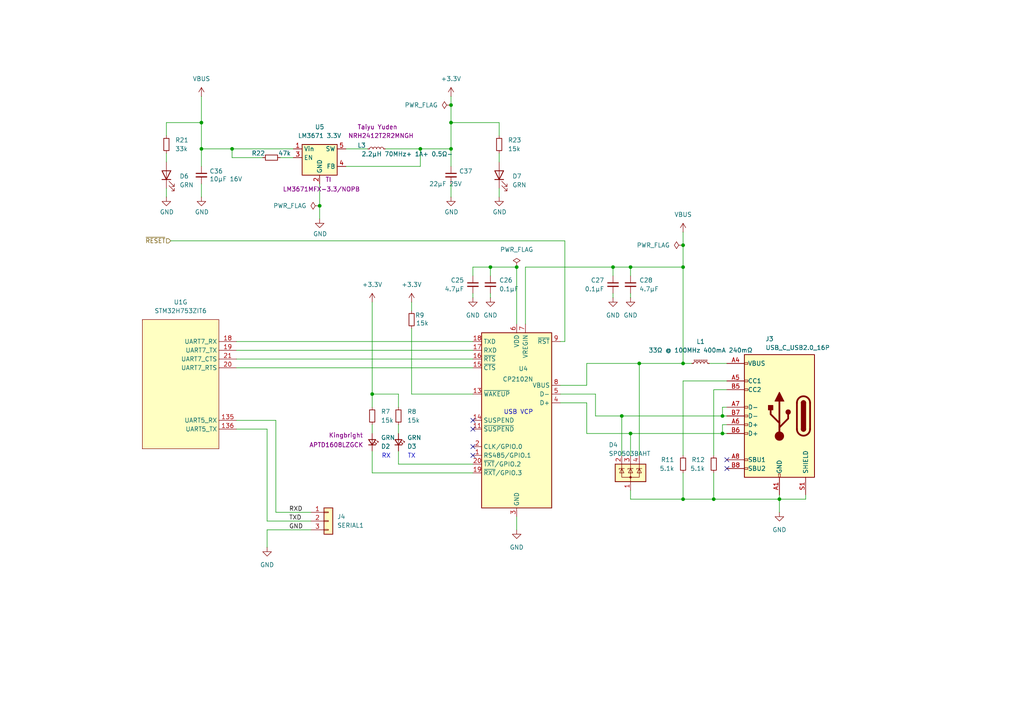
<source format=kicad_sch>
(kicad_sch (version 20231120) (generator "eeschema") (generator_version "8.0")
  (paper "A4")
  (lib_symbols
    (symbol "Connector:USB_C_Receptacle_USB2.0_16P" (pin_names (offset 1.016))
      (property "Reference" "J" (at 0 22.225 0))
      (property "Value" "USB_C_Receptacle_USB2.0_16P" (at 0 19.685 0))
      (symbol "USB_C_Receptacle_USB2.0_16P_0_0"
        (rectangle (start -0.254 -17.78) (end 0.254 -16.764))
        (rectangle (start 10.16 -14.986) (end 9.144 -15.494))
        (rectangle (start 10.16 -12.446) (end 9.144 -12.954))
        (rectangle (start 10.16 -4.826) (end 9.144 -5.334))
        (rectangle (start 10.16 -2.286) (end 9.144 -2.794))
        (rectangle (start 10.16 0.254) (end 9.144 -0.254))
        (rectangle (start 10.16 2.794) (end 9.144 2.286))
        (rectangle (start 10.16 7.874) (end 9.144 7.366))
        (rectangle (start 10.16 10.414) (end 9.144 9.906))
        (rectangle (start 10.16 15.494) (end 9.144 14.986))
      )
      (symbol "USB_C_Receptacle_USB2.0_16P_0_1"
        (rectangle (start -10.16 17.78) (end 10.16 -17.78) (stroke (width 0.254)) (fill (type background)))
        (arc (start -8.89 -3.81) (mid -6.985 -5.7067) (end -5.08 -3.81) (stroke (width 0.508)))
        (arc (start -7.62 -3.81) (mid -6.985 -4.4423) (end -6.35 -3.81) (stroke (width 0.254)))
        (arc (start -7.62 -3.81) (mid -6.985 -4.4423) (end -6.35 -3.81) (stroke (width 0.254)) (fill (type outline)))
        (rectangle (start -7.62 -3.81) (end -6.35 3.81) (stroke (width 0.254)) (fill (type outline)))
        (arc (start -6.35 3.81) (mid -6.985 4.4423) (end -7.62 3.81) (stroke (width 0.254)))
        (arc (start -6.35 3.81) (mid -6.985 4.4423) (end -7.62 3.81) (stroke (width 0.254)) (fill (type outline)))
        (arc (start -5.08 3.81) (mid -6.985 5.7067) (end -8.89 3.81) (stroke (width 0.508)))
        (circle (center -2.54 1.143) (radius 0.635) (stroke (width 0.254)) (fill (type outline)))
        (circle (center 0 -5.842) (radius 1.27) (fill (type outline)))
        (polyline (pts (xy -8.89 -3.81) (xy -8.89 3.81)) (stroke (width 0.508)))
        (polyline (pts (xy -5.08 3.81) (xy -5.08 -3.81)) (stroke (width 0.508)))
        (polyline (pts (xy 0 -5.842) (xy 0 4.318)) (stroke (width 0.508)))
        (polyline (pts (xy 0 -3.302) (xy -2.54 -0.762) (xy -2.54 0.508)) (stroke (width 0.508)))
        (polyline (pts (xy 0 -2.032) (xy 2.54 0.508) (xy 2.54 1.778)) (stroke (width 0.508)))
        (polyline (pts (xy -1.27 4.318) (xy 0 6.858) (xy 1.27 4.318) (xy -1.27 4.318)) (stroke (width 0.254)) (fill (type outline)))
        (rectangle (start 1.905 1.778) (end 3.175 3.048) (stroke (width 0.254)) (fill (type outline)))
      )
      (symbol "USB_C_Receptacle_USB2.0_16P_1_1"
        (pin passive line (at 0 -22.86 90) (length 5.08) (name "GND") (number "A1"))
        (pin passive line (at 0 -22.86 90) (length 5.08) hide (name "GND") (number "A12"))
        (pin passive line (at 15.24 15.24 180) (length 5.08) (name "VBUS") (number "A4"))
        (pin bidirectional line (at 15.24 10.16 180) (length 5.08) (name "CC1") (number "A5"))
        (pin bidirectional line (at 15.24 -2.54 180) (length 5.08) (name "D+") (number "A6"))
        (pin bidirectional line (at 15.24 2.54 180) (length 5.08) (name "D-") (number "A7"))
        (pin bidirectional line (at 15.24 -12.7 180) (length 5.08) (name "SBU1") (number "A8"))
        (pin passive line (at 15.24 15.24 180) (length 5.08) hide (name "VBUS") (number "A9"))
        (pin passive line (at 0 -22.86 90) (length 5.08) hide (name "GND") (number "B1"))
        (pin passive line (at 0 -22.86 90) (length 5.08) hide (name "GND") (number "B12"))
        (pin passive line (at 15.24 15.24 180) (length 5.08) hide (name "VBUS") (number "B4"))
        (pin bidirectional line (at 15.24 7.62 180) (length 5.08) (name "CC2") (number "B5"))
        (pin bidirectional line (at 15.24 -5.08 180) (length 5.08) (name "D+") (number "B6"))
        (pin bidirectional line (at 15.24 0 180) (length 5.08) (name "D-") (number "B7"))
        (pin bidirectional line (at 15.24 -15.24 180) (length 5.08) (name "SBU2") (number "B8"))
        (pin passive line (at 15.24 15.24 180) (length 5.08) hide (name "VBUS") (number "B9"))
        (pin passive line (at -7.62 -22.86 90) (length 5.08) (name "SHIELD") (number "S1"))
      )
    )
    (symbol "Connector_Generic:Conn_01x03" (pin_names (offset 1.016) hide)
      (property "Reference" "J" (at 0 5.08 0))
      (property "Value" "Conn_01x03" (at 0 -5.08 0))
      (symbol "Conn_01x03_1_1"
        (rectangle (start -1.27 -2.413) (end 0 -2.667) (stroke (width 0.1524)))
        (rectangle (start -1.27 0.127) (end 0 -0.127) (stroke (width 0.1524)))
        (rectangle (start -1.27 2.667) (end 0 2.413) (stroke (width 0.1524)))
        (rectangle (start -1.27 3.81) (end 1.27 -3.81) (stroke (width 0.254)) (fill (type background)))
        (pin passive line (at -5.08 2.54 0) (length 3.81) (name "Pin_1") (number "1"))
        (pin passive line (at -5.08 0 0) (length 3.81) (name "Pin_2") (number "2"))
        (pin passive line (at -5.08 -2.54 0) (length 3.81) (name "Pin_3") (number "3"))
      )
    )
    (symbol "Device:C_Small" (pin_numbers hide) (pin_names (offset 0.254) hide)
      (property "Reference" "C" (at 0.254 1.778 0))
      (property "Value" "C_Small" (at 0.254 -2.032 0))
      (symbol "C_Small_0_1"
        (polyline (pts (xy -1.524 -0.508) (xy 1.524 -0.508)) (stroke (width 0.3302)))
        (polyline (pts (xy -1.524 0.508) (xy 1.524 0.508)) (stroke (width 0.3048)))
      )
      (symbol "C_Small_1_1"
        (pin passive line (at 0 2.54 270) (length 2.032) (name "~") (number "1"))
        (pin passive line (at 0 -2.54 90) (length 2.032) (name "~") (number "2"))
      )
    )
    (symbol "Device:LED" (pin_numbers hide) (pin_names (offset 1.016) hide)
      (property "Reference" "D" (at 0 2.54 0))
      (property "Value" "LED" (at 0 -2.54 0))
      (symbol "LED_0_1"
        (polyline (pts (xy -1.27 -1.27) (xy -1.27 1.27)) (stroke (width 0.254)))
        (polyline (pts (xy -1.27 0) (xy 1.27 0)))
        (polyline (pts (xy 1.27 -1.27) (xy 1.27 1.27) (xy -1.27 0) (xy 1.27 -1.27)) (stroke (width 0.254)))
        (polyline (pts (xy -3.048 -0.762) (xy -4.572 -2.286) (xy -3.81 -2.286) (xy -4.572 -2.286) (xy -4.572 -1.524)))
        (polyline (pts (xy -1.778 -0.762) (xy -3.302 -2.286) (xy -2.54 -2.286) (xy -3.302 -2.286) (xy -3.302 -1.524)))
      )
      (symbol "LED_1_1"
        (pin passive line (at -3.81 0 0) (length 2.54) (name "K") (number "1"))
        (pin passive line (at 3.81 0 180) (length 2.54) (name "A") (number "2"))
      )
    )
    (symbol "Device:L_Small" (pin_numbers hide) (pin_names (offset 0.254) hide)
      (property "Reference" "L" (at 0.762 1.016 0))
      (property "Value" "L_Small" (at 0.762 -1.016 0))
      (symbol "L_Small_0_1"
        (arc (start 0 -2.032) (mid 0.5058 -1.524) (end 0 -1.016))
        (arc (start 0 -1.016) (mid 0.5058 -0.508) (end 0 0))
        (arc (start 0 0) (mid 0.5058 0.508) (end 0 1.016))
        (arc (start 0 1.016) (mid 0.5058 1.524) (end 0 2.032))
      )
      (symbol "L_Small_1_1"
        (pin passive line (at 0 2.54 270) (length 0.508) (name "~") (number "1"))
        (pin passive line (at 0 -2.54 90) (length 0.508) (name "~") (number "2"))
      )
    )
    (symbol "Device:R_Small" (pin_numbers hide) (pin_names (offset 0.254) hide)
      (property "Reference" "R" (at 0.762 0.508 0))
      (property "Value" "R_Small" (at 0.762 -1.016 0))
      (symbol "R_Small_0_1"
        (rectangle (start -0.762 1.778) (end 0.762 -1.778) (stroke (width 0.2032)))
      )
      (symbol "R_Small_1_1"
        (pin passive line (at 0 2.54 270) (length 0.762) (name "~") (number "1"))
        (pin passive line (at 0 -2.54 90) (length 0.762) (name "~") (number "2"))
      )
    )
    (symbol "Interface_USB:CP2102N-Axx-xQFN20"
      (property "Reference" "U" (at -8.89 26.67 0))
      (property "Value" "CP2102N-Axx-xQFN20" (at 12.7 26.67 0))
      (symbol "CP2102N-Axx-xQFN20_0_1"
        (rectangle (start -10.16 25.4) (end 10.16 -25.4) (stroke (width 0.254)) (fill (type background)))
      )
      (symbol "CP2102N-Axx-xQFN20_1_1"
        (pin bidirectional line (at 12.7 -10.16 180) (length 2.54) (name "RS485/GPIO.1") (number "1"))
        (pin no_connect line (at -10.16 -22.86 0) (length 2.54) hide (name "NC") (number "10"))
        (pin output line (at 12.7 -2.54 180) (length 2.54) (name "~{SUSPEND}") (number "11"))
        (pin passive line (at 0 -27.94 90) (length 2.54) hide (name "GND") (number "12"))
        (pin input line (at 12.7 7.62 180) (length 2.54) (name "~{WAKEUP}") (number "13"))
        (pin output line (at 12.7 0 180) (length 2.54) (name "SUSPEND") (number "14"))
        (pin input line (at 12.7 15.24 180) (length 2.54) (name "~{CTS}") (number "15"))
        (pin output line (at 12.7 17.78 180) (length 2.54) (name "~{RTS}") (number "16"))
        (pin input line (at 12.7 20.32 180) (length 2.54) (name "RXD") (number "17"))
        (pin output line (at 12.7 22.86 180) (length 2.54) (name "TXD") (number "18"))
        (pin bidirectional line (at 12.7 -15.24 180) (length 2.54) (name "~{RXT}/GPIO.3") (number "19"))
        (pin bidirectional line (at 12.7 -7.62 180) (length 2.54) (name "CLK/GPIO.0") (number "2"))
        (pin bidirectional line (at 12.7 -12.7 180) (length 2.54) (name "~{TXT}/GPIO.2") (number "20"))
        (pin passive line (at 0 -27.94 90) (length 2.54) hide (name "GND") (number "21"))
        (pin power_in line (at 0 -27.94 90) (length 2.54) (name "GND") (number "3"))
        (pin bidirectional line (at -12.7 5.08 0) (length 2.54) (name "D+") (number "4"))
        (pin bidirectional line (at -12.7 7.62 0) (length 2.54) (name "D-") (number "5"))
        (pin power_in line (at 0 27.94 270) (length 2.54) (name "VDD") (number "6"))
        (pin power_in line (at -2.54 27.94 270) (length 2.54) (name "VREGIN") (number "7"))
        (pin input line (at -12.7 10.16 0) (length 2.54) (name "VBUS") (number "8"))
        (pin input line (at -12.7 22.86 0) (length 2.54) (name "~{RST}") (number "9"))
      )
    )
    (symbol "Part-DB:APTD1608LZGCK" (pin_numbers hide) (pin_names (offset 0.254) hide) (exclude_from_sim yes)
      (property "Reference" "D" (at -1.27 3.175 0))
      (property "Value" "APTD1608LZGCK" (at -4.445 -2.54 0))
      (symbol "APTD1608LZGCK_0_1"
        (polyline (pts (xy -0.762 -1.016) (xy -0.762 1.016)) (stroke (width 0.254)))
        (polyline (pts (xy 1.016 0) (xy -0.762 0)))
        (polyline (pts (xy 0.762 -1.016) (xy -0.762 0) (xy 0.762 1.016) (xy 0.762 -1.016)) (stroke (width 0.254)))
        (polyline (pts (xy 0 0.762) (xy -0.508 1.27) (xy -0.254 1.27) (xy -0.508 1.27) (xy -0.508 1.016)))
        (polyline (pts (xy 0.508 1.27) (xy 0 1.778) (xy 0.254 1.778) (xy 0 1.778) (xy 0 1.524)))
      )
      (symbol "APTD1608LZGCK_1_1"
        (pin passive line (at -2.54 0 0) (length 1.778) (name "K") (number "1"))
        (pin passive line (at 2.54 0 180) (length 1.778) (name "A") (number "2"))
      )
    )
    (symbol "Part-DB:MMZ1005D330CTD25" (pin_numbers hide) (pin_names (offset 0.254) hide) (exclude_from_sim yes)
      (property "Reference" "L" (at 1.27 1.016 0))
      (property "Value" "33Ω @ 100MHz 400mA 240mΩ" (at 1.27 -1.27 0))
      (symbol "MMZ1005D330CTD25_0_1"
        (arc (start 0 -2.032) (mid 0.5058 -1.524) (end 0 -1.016))
        (arc (start 0 -1.016) (mid 0.5058 -0.508) (end 0 0))
        (polyline (pts (xy 0.762 -1.905) (xy 0.762 -1.651)))
        (polyline (pts (xy 0.762 -1.397) (xy 0.762 -1.143)))
        (polyline (pts (xy 0.762 -0.889) (xy 0.762 -0.635)))
        (polyline (pts (xy 0.762 -0.381) (xy 0.762 -0.127)))
        (polyline (pts (xy 0.762 0.127) (xy 0.762 0.381)))
        (polyline (pts (xy 0.762 0.635) (xy 0.762 0.889)))
        (polyline (pts (xy 0.762 1.143) (xy 0.762 1.397)))
        (polyline (pts (xy 0.762 1.651) (xy 0.762 1.905)))
        (polyline (pts (xy 1.016 -1.651) (xy 1.016 -1.905)))
        (polyline (pts (xy 1.016 -1.143) (xy 1.016 -1.397)))
        (polyline (pts (xy 1.016 -0.635) (xy 1.016 -0.889)))
        (polyline (pts (xy 1.016 -0.127) (xy 1.016 -0.381)))
        (polyline (pts (xy 1.016 0.381) (xy 1.016 0.127)))
        (polyline (pts (xy 1.016 0.889) (xy 1.016 0.635)))
        (polyline (pts (xy 1.016 1.397) (xy 1.016 1.143)))
        (polyline (pts (xy 1.016 1.905) (xy 1.016 1.651)))
        (arc (start 0 0) (mid 0.5058 0.508) (end 0 1.016))
        (arc (start 0 1.016) (mid 0.5058 1.524) (end 0 2.032))
      )
      (symbol "MMZ1005D330CTD25_1_1"
        (pin passive line (at 0 2.54 270) (length 0.508) (name "~") (number "1"))
        (pin passive line (at 0 -2.54 90) (length 0.508) (name "~") (number "2"))
      )
    )
    (symbol "Power_Protection:SP0503BAHT" (pin_names hide)
      (property "Reference" "D" (at 5.715 2.54 0))
      (property "Value" "SP0503BAHT" (at 5.715 0.635 0))
      (symbol "SP0503BAHT_0_0"
        (pin passive line (at 0 -5.08 90) (length 2.54) (name "A") (number "1"))
      )
      (symbol "SP0503BAHT_0_1"
        (rectangle (start -4.445 2.54) (end 4.445 -2.54) (stroke (width 0.254)) (fill (type background)))
        (circle (center 0 -1.27) (radius 0.254) (fill (type outline)))
        (polyline (pts (xy -2.54 2.54) (xy -2.54 1.27)))
        (polyline (pts (xy 0 -1.27) (xy 0 -2.54)))
        (polyline (pts (xy 0 -1.27) (xy 0 1.27)))
        (polyline (pts (xy 0 2.54) (xy 0 1.27)))
        (polyline (pts (xy 0.635 1.27) (xy 0.762 1.27)))
        (polyline (pts (xy 2.54 2.54) (xy 2.54 1.27)))
        (polyline (pts (xy 0.635 1.27) (xy -0.762 1.27) (xy -0.762 1.016)))
        (polyline (pts (xy -3.302 1.016) (xy -3.302 1.27) (xy -1.905 1.27) (xy -1.778 1.27)))
        (polyline (pts (xy -2.54 1.27) (xy -2.54 -1.27) (xy 2.54 -1.27) (xy 2.54 1.27)))
        (polyline (pts (xy -2.54 1.27) (xy -1.905 0) (xy -3.175 0) (xy -2.54 1.27)))
        (polyline (pts (xy 0.635 0) (xy -0.635 0) (xy 0 1.27) (xy 0.635 0)))
        (polyline (pts (xy 1.778 1.016) (xy 1.778 1.27) (xy 3.175 1.27) (xy 3.302 1.27)))
        (polyline (pts (xy 2.54 1.27) (xy 1.905 0) (xy 3.175 0) (xy 2.54 1.27)))
      )
      (symbol "SP0503BAHT_1_1"
        (pin passive line (at -2.54 5.08 270) (length 2.54) (name "K") (number "2"))
        (pin passive line (at 0 5.08 270) (length 2.54) (name "K") (number "3"))
        (pin passive line (at 2.54 5.08 270) (length 2.54) (name "K") (number "4"))
      )
    )
    (symbol "Regulator_Switching:LM3670MF"
      (property "Reference" "U" (at -5.08 5.08 0))
      (property "Value" "LM3670MF" (at 0 5.08 0))
      (symbol "LM3670MF_0_1"
        (rectangle (start -5.08 3.81) (end 5.08 -5.08) (stroke (width 0.254)) (fill (type background)))
      )
      (symbol "LM3670MF_1_1"
        (pin power_in line (at -7.62 2.54 0) (length 2.54) (name "Vin") (number "1"))
        (pin power_in line (at 0 -7.62 90) (length 2.54) (name "GND") (number "2"))
        (pin input line (at -7.62 0 0) (length 2.54) (name "EN") (number "3"))
        (pin input line (at 7.62 -2.54 180) (length 2.54) (name "FB") (number "4"))
        (pin input line (at 7.62 2.54 180) (length 2.54) (name "SW") (number "5"))
      )
    )
    (symbol "power:+3.3V" (power) (pin_numbers hide) (pin_names (offset 0) hide)
      (property "Value" "+3.3V" (at 0 3.556 0))
      (symbol "+3.3V_0_1"
        (polyline (pts (xy -0.762 1.27) (xy 0 2.54)))
        (polyline (pts (xy 0 0) (xy 0 2.54)))
        (polyline (pts (xy 0 2.54) (xy 0.762 1.27)))
      )
      (symbol "+3.3V_1_1"
        (pin power_in line (at 0 0 90) (length 0) (name "~") (number "1"))
      )
    )
    (symbol "power:GND" (power) (pin_numbers hide) (pin_names (offset 0) hide)
      (property "Value" "GND" (at 0 -3.81 0))
      (symbol "GND_0_1"
        (polyline (pts (xy 0 0) (xy 0 -1.27) (xy 1.27 -1.27) (xy 0 -2.54) (xy -1.27 -1.27) (xy 0 -1.27)))
      )
      (symbol "GND_1_1"
        (pin power_in line (at 0 0 270) (length 0) (name "~") (number "1"))
      )
    )
    (symbol "power:PWR_FLAG" (power) (pin_numbers hide) (pin_names (offset 0) hide)
      (property "Value" "PWR_FLAG" (at 0 3.81 0))
      (symbol "PWR_FLAG_0_0"
        (pin power_out line (at 0 0 90) (length 0) (name "~") (number "1"))
      )
      (symbol "PWR_FLAG_0_1"
        (polyline (pts (xy 0 0) (xy 0 1.27) (xy -1.016 1.905) (xy 0 2.54) (xy 1.016 1.905) (xy 0 1.27)))
      )
    )
    (symbol "power:VBUS" (power) (pin_numbers hide) (pin_names (offset 0) hide)
      (property "Value" "VBUS" (at 0 3.556 0))
      (symbol "VBUS_0_1"
        (polyline (pts (xy -0.762 1.27) (xy 0 2.54)))
        (polyline (pts (xy 0 0) (xy 0 2.54)))
        (polyline (pts (xy 0 2.54) (xy 0.762 1.27)))
      )
      (symbol "VBUS_1_1"
        (pin power_in line (at 0 0 90) (length 0) (name "~") (number "1"))
      )
    )
    (symbol "stm32h753:STM32H753ZITx" (exclude_from_sim yes)
      (property "Reference" "U1" (at -7.366 22.86 0))
      (property "Value" "STM32H753ZIT6" (at -7.366 20.32 0))
      (symbol "STM32H753ZITx_1_1"
        (rectangle (start -20.32 46.99) (end 21.59 -15.24) (fill (type background)))
        (pin power_out line (at 26.67 29.21 180) (length 5.08) (name "VCAP") (number "106"))
        (pin power_in line (at -3.81 -20.32 90) (length 5.08) (name "VSS") (number "107"))
        (pin power_in line (at 3.81 52.07 270) (length 5.08) (name "VDD") (number "108"))
        (pin power_in line (at -6.35 -20.32 90) (length 5.08) (name "VSS") (number "120"))
        (pin power_in line (at 6.35 52.07 270) (length 5.08) (name "VDD") (number "121"))
        (pin power_in line (at 8.89 -20.32 90) (length 5.08) (name "VSS") (number "130"))
        (pin power_in line (at 8.89 52.07 270) (length 5.08) (name "VDD") (number "131"))
        (pin input line (at -11.43 -20.32 90) (length 5.08) (name "BOOT0") (number "138"))
        (pin input line (at -25.4 -2.54 0) (length 5.08) (name "PDR_ON") (number "143"))
        (pin power_in line (at 11.43 52.07 270) (length 5.08) (name "VDD") (number "144"))
        (pin power_in line (at 3.81 -20.32 90) (length 5.08) (name "VSS") (number "16"))
        (pin power_in line (at -13.97 52.07 270) (length 5.08) (name "VDD") (number "17"))
        (pin bidirectional line (at -25.4 33.02 0) (length 5.08) (name "PH0") (number "23"))
        (pin bidirectional line (at -25.4 30.48 0) (length 5.08) (name "PH1") (number "24"))
        (pin input line (at -25.4 -10.16 0) (length 5.08) (name "NRST") (number "25"))
        (pin power_in line (at -11.43 52.07 270) (length 5.08) (name "VDD") (number "30"))
        (pin power_in line (at 6.35 -20.32 90) (length 5.08) (name "VSSA") (number "31"))
        (pin input line (at 26.67 39.37 180) (length 5.08) (name "VREF+") (number "32"))
        (pin power_in line (at 16.51 52.07 270) (length 5.08) (name "VDDA") (number "33"))
        (pin power_in line (at 11.43 -20.32 90) (length 5.08) (name "VSS") (number "38"))
        (pin power_in line (at -8.89 52.07 270) (length 5.08) (name "VDD") (number "39"))
        (pin power_in line (at 13.97 -20.32 90) (length 5.08) (name "VSS") (number "51"))
        (pin power_in line (at -6.35 52.07 270) (length 5.08) (name "VDD") (number "52"))
        (pin power_in line (at -16.51 52.07 270) (length 5.08) (name "VBAT") (number "6"))
        (pin power_in line (at 16.51 -20.32 90) (length 5.08) (name "VSS") (number "61"))
        (pin power_in line (at -3.81 52.07 270) (length 5.08) (name "VDD") (number "62"))
        (pin power_out line (at 26.67 26.67 180) (length 5.08) (name "VCAP") (number "71"))
        (pin power_in line (at -1.27 52.07 270) (length 5.08) (name "VDD") (number "72"))
        (pin input line (at 26.67 10.16 180) (length 5.08) (name "RCC_OSC32_IN") (number "8"))
        (pin power_in line (at 1.27 -20.32 90) (length 5.08) (name "VSS") (number "83"))
        (pin power_in line (at 1.27 52.07 270) (length 5.08) (name "VDD") (number "84"))
        (pin output line (at 26.67 12.7 180) (length 5.08) (name "RCC_OSC32_OUT") (number "9"))
        (pin power_in line (at -1.27 -20.32 90) (length 5.08) (name "VSS") (number "94"))
        (pin power_out line (at 13.97 52.07 270) (length 5.08) (name "VDD33_USB") (number "95"))
      )
      (symbol "STM32H753ZITx_2_1"
        (rectangle (start -13.97 76.2) (end 21.59 -56.515) (fill (type background)))
        (pin output line (at 26.67 3.81 180) (length 5.08) (name "FMC_A0") (number "10"))
        (pin output line (at 26.67 6.35 180) (length 5.08) (name "FMC_A1") (number "11"))
        (pin bidirectional line (at 26.67 -41.91 180) (length 5.08) (name "FMC_D2") (number "114"))
        (pin bidirectional line (at 26.67 -39.37 180) (length 5.08) (name "FMC_D3") (number "115"))
        (pin output line (at 26.67 62.23 180) (length 5.08) (name "FMC_NOE") (number "118"))
        (pin output line (at 26.67 64.77 180) (length 5.08) (name "FMC_NWE") (number "119"))
        (pin output line (at 26.67 8.89 180) (length 5.08) (name "FMC_A2") (number "12"))
        (pin output line (at 26.67 11.43 180) (length 5.08) (name "FMC_A3") (number "13"))
        (pin output line (at 26.67 13.97 180) (length 5.08) (name "FMC_A4") (number "14"))
        (pin output line (at 26.67 -1.27 180) (length 5.08) (name "FMC_NBL0") (number "141"))
        (pin output line (at 26.67 -3.81 180) (length 5.08) (name "FMC_NBL1") (number "142"))
        (pin output line (at 26.67 16.51 180) (length 5.08) (name "FMC_A5") (number "15"))
        (pin output line (at 26.67 52.07 180) (length 5.08) (name "FMC_A19") (number "2"))
        (pin output line (at 26.67 54.61 180) (length 5.08) (name "FMC_A20") (number "3"))
        (pin output line (at 26.67 57.15 180) (length 5.08) (name "FMC_A21") (number "4"))
        (pin output line (at 26.67 19.05 180) (length 5.08) (name "FMC_A6") (number "50"))
        (pin output line (at 26.67 21.59 180) (length 5.08) (name "FMC_A7") (number "53"))
        (pin output line (at 26.67 24.13 180) (length 5.08) (name "FMC_A8") (number "54"))
        (pin output line (at 26.67 26.67 180) (length 5.08) (name "FMC_A9") (number "55"))
        (pin output line (at 26.67 29.21 180) (length 5.08) (name "FMC_A10") (number "56"))
        (pin output line (at 26.67 31.75 180) (length 5.08) (name "FMC_A11") (number "57"))
        (pin bidirectional line (at 26.67 -36.83 180) (length 5.08) (name "FMC_D4") (number "58"))
        (pin bidirectional line (at 26.67 -34.29 180) (length 5.08) (name "FMC_D5") (number "59"))
        (pin bidirectional line (at 26.67 -31.75 180) (length 5.08) (name "FMC_D6") (number "60"))
        (pin bidirectional line (at 26.67 -29.21 180) (length 5.08) (name "FMC_D7") (number "63"))
        (pin bidirectional line (at 26.67 -26.67 180) (length 5.08) (name "FMC_D8") (number "64"))
        (pin bidirectional line (at 26.67 -24.13 180) (length 5.08) (name "FMC_D9") (number "65"))
        (pin bidirectional line (at 26.67 -21.59 180) (length 5.08) (name "FMC_D10") (number "66"))
        (pin bidirectional line (at 26.67 -19.05 180) (length 5.08) (name "FMC_D11") (number "67"))
        (pin bidirectional line (at 26.67 -16.51 180) (length 5.08) (name "FMC_D12") (number "68"))
        (pin bidirectional line (at 26.67 -13.97 180) (length 5.08) (name "FMC_D13") (number "77"))
        (pin bidirectional line (at 26.67 -11.43 180) (length 5.08) (name "FMC_D14") (number "78"))
        (pin bidirectional line (at 26.67 -8.89 180) (length 5.08) (name "FMC_D15") (number "79"))
        (pin output line (at 26.67 44.45 180) (length 5.08) (name "FMC_A16") (number "80"))
        (pin output line (at 26.67 46.99 180) (length 5.08) (name "FMC_A17") (number "81"))
        (pin output line (at 26.67 49.53 180) (length 5.08) (name "FMC_A18") (number "82"))
        (pin bidirectional line (at 26.67 -46.99 180) (length 5.08) (name "FMC_D0") (number "85"))
        (pin bidirectional line (at 26.67 -44.45 180) (length 5.08) (name "FMC_D1") (number "86"))
        (pin output line (at 26.67 34.29 180) (length 5.08) (name "FMC_A12") (number "87"))
        (pin output line (at 26.67 36.83 180) (length 5.08) (name "FMC_A13") (number "88"))
        (pin output line (at 26.67 39.37 180) (length 5.08) (name "FMC_A14") (number "89"))
        (pin output line (at 26.67 41.91 180) (length 5.08) (name "FMC_A15") (number "90"))
        (pin output line (at 26.67 67.31 180) (length 5.08) (name "FMC_NE1") (number "97"))
      )
      (symbol "STM32H753ZITx_3_1"
        (rectangle (start -10.16 17.145) (end 8.89 -21.59) (fill (type background)))
        (pin bidirectional line (at 13.97 7.62 180) (length 5.08) (name "ETH_TX_EN") (number "126"))
        (pin bidirectional line (at 13.97 -7.62 180) (length 5.08) (name "ETH_MDC") (number "27"))
        (pin input line (at 13.97 -15.24 180) (length 5.08) (name "ETH_REF_CLK") (number "35"))
        (pin bidirectional line (at 13.97 -5.08 180) (length 5.08) (name "ETH_MDIO") (number "36"))
        (pin input line (at 13.97 -17.78 180) (length 5.08) (name "PA5") (number "41"))
        (pin input line (at 13.97 -2.54 180) (length 5.08) (name "ETH_CRS_DV") (number "43"))
        (pin input line (at 13.97 5.08 180) (length 5.08) (name "ETH_RXD0") (number "44"))
        (pin input line (at 13.97 2.54 180) (length 5.08) (name "ETH_RXD1") (number "45"))
        (pin output line (at 13.97 12.7 180) (length 5.08) (name "ETH_TXD0") (number "73"))
        (pin output line (at 13.97 10.16 180) (length 5.08) (name "ETH_TXD1") (number "74"))
      )
      (symbol "STM32H753ZITx_4_1"
        (rectangle (start -12.065 31.115) (end 11.43 -5.715) (fill (type background)))
        (pin input line (at 16.51 7.62 180) (length 5.08) (name "USB_OTG_FS_VBUS") (number "101"))
        (pin bidirectional line (at 16.51 12.7 180) (length 5.08) (name "USB_OTG_FS_DM") (number "103"))
        (pin bidirectional line (at 16.51 10.16 180) (length 5.08) (name "USB_OTG_FS_DP") (number "104"))
      )
      (symbol "STM32H753ZITx_5_1"
        (rectangle (start -11.43 30.48) (end 11.43 0.635) (fill (type background)))
        (pin bidirectional line (at 16.51 15.24 180) (length 5.08) (name "DEBUG_JTMS-SWDIO") (number "105"))
        (pin bidirectional line (at 16.51 12.7 180) (length 5.08) (name "DEBUG_JTCK-SWCLK") (number "109"))
      )
      (symbol "STM32H753ZITx_6_1"
        (rectangle (start -4.445 15.24) (end 15.24 -24.765) (fill (type background)))
        (pin input line (at 20.32 -13.97 180) (length 5.08) (name "PA15") (number "110"))
        (pin bidirectional line (at 20.32 8.89 180) (length 5.08) (name "SDMMC1_D2") (number "111"))
        (pin bidirectional line (at 20.32 6.35 180) (length 5.08) (name "SDMMC1_D3") (number "112"))
        (pin bidirectional line (at 20.32 -1.27 180) (length 5.08) (name "SDMMC1_CK") (number "113"))
        (pin output line (at 20.32 3.81 180) (length 5.08) (name "SDMMC1_CMD") (number "116"))
        (pin output line (at 20.32 -19.05 180) (length 5.08) (name "PD3") (number "117"))
        (pin bidirectional line (at 20.32 -6.35 180) (length 5.08) (name "SDMMC1_D0") (number "98"))
        (pin bidirectional line (at 20.32 -8.89 180) (length 5.08) (name "SDMMC1_D1") (number "99"))
      )
      (symbol "STM32H753ZITx_7_1"
        (rectangle (start -10.795 20.32) (end 11.43 -17.145) (fill (type background)))
        (pin input line (at 16.51 -8.89 180) (length 5.08) (name "UART5_RX") (number "135"))
        (pin output line (at 16.51 -11.43 180) (length 5.08) (name "UART5_TX") (number "136"))
        (pin input line (at 16.51 13.97 180) (length 5.08) (name "UART7_RX") (number "18"))
        (pin output line (at 16.51 11.43 180) (length 5.08) (name "UART7_TX") (number "19"))
        (pin output line (at 16.51 6.35 180) (length 5.08) (name "UART7_RTS") (number "20"))
        (pin input line (at 16.51 8.89 180) (length 5.08) (name "UART7_CTS") (number "21"))
      )
      (symbol "STM32H753ZITx_8_1"
        (rectangle (start -15.24 76.2) (end 12.7 -57.15) (fill (type background)))
        (pin no_connect line (at -20.32 7.62 0) (length 5.08) (name "PE2") (number "1"))
        (pin no_connect line (at 17.78 49.53 180) (length 5.08) (name "PA8") (number "100"))
        (pin no_connect line (at 17.78 44.45 180) (length 5.08) (name "PA10") (number "102"))
        (pin no_connect line (at 17.78 -45.72 180) (length 5.08) (name "PD6") (number "122"))
        (pin no_connect line (at 17.78 -48.26 180) (length 5.08) (name "PD7") (number "123"))
        (pin no_connect line (at -20.32 30.48 0) (length 5.08) (name "PG9") (number "124"))
        (pin no_connect line (at -20.32 27.94 0) (length 5.08) (name "PG10") (number "125"))
        (pin no_connect line (at -20.32 22.86 0) (length 5.08) (name "PG12") (number "127"))
        (pin no_connect line (at -20.32 20.32 0) (length 5.08) (name "PG13") (number "128"))
        (pin no_connect line (at -20.32 17.78 0) (length 5.08) (name "PG14") (number "129"))
        (pin no_connect line (at -20.32 15.24 0) (length 5.08) (name "PG15") (number "132"))
        (pin no_connect line (at 17.78 25.4 180) (length 5.08) (name "PB3") (number "133"))
        (pin no_connect line (at 17.78 22.86 180) (length 5.08) (name "PB4") (number "134"))
        (pin no_connect line (at 17.78 15.24 180) (length 5.08) (name "PB7") (number "137"))
        (pin no_connect line (at 17.78 12.7 180) (length 5.08) (name "PB8") (number "139"))
        (pin no_connect line (at 17.78 10.16 180) (length 5.08) (name "PB9") (number "140"))
        (pin no_connect line (at -20.32 -15.24 0) (length 5.08) (name "PF10") (number "22"))
        (pin no_connect line (at 17.78 -10.16 180) (length 5.08) (name "PC0") (number "26"))
        (pin no_connect line (at 17.78 -15.24 180) (length 5.08) (name "PC2_C") (number "28"))
        (pin no_connect line (at 17.78 -17.78 180) (length 5.08) (name "PC3_C") (number "29"))
        (pin no_connect line (at 17.78 69.85 180) (length 5.08) (name "PA0") (number "34"))
        (pin no_connect line (at 17.78 62.23 180) (length 5.08) (name "PA3") (number "37"))
        (pin no_connect line (at 17.78 59.69 180) (length 5.08) (name "PA4") (number "40"))
        (pin no_connect line (at 17.78 54.61 180) (length 5.08) (name "PA6") (number "42"))
        (pin no_connect line (at 17.78 33.02 180) (length 5.08) (name "PB0") (number "46"))
        (pin no_connect line (at 17.78 30.48 180) (length 5.08) (name "PB1") (number "47"))
        (pin no_connect line (at 17.78 27.94 180) (length 5.08) (name "PB2") (number "48"))
        (pin no_connect line (at -20.32 -17.78 0) (length 5.08) (name "PF11") (number "49"))
        (pin no_connect line (at -20.32 -2.54 0) (length 5.08) (name "PE6") (number "5"))
        (pin no_connect line (at 17.78 7.62 180) (length 5.08) (name "PB10") (number "69"))
        (pin no_connect line (at 17.78 -33.02 180) (length 5.08) (name "PC13") (number "7"))
        (pin no_connect line (at 17.78 5.08 180) (length 5.08) (name "PB11") (number "70"))
        (pin no_connect line (at 17.78 -2.54 180) (length 5.08) (name "PB14") (number "75"))
        (pin no_connect line (at 17.78 -5.08 180) (length 5.08) (name "PB15") (number "76"))
        (pin no_connect line (at -20.32 38.1 0) (length 5.08) (name "PG6") (number "91"))
        (pin no_connect line (at -20.32 35.56 0) (length 5.08) (name "PG7") (number "92"))
        (pin no_connect line (at -20.32 33.02 0) (length 5.08) (name "PG8") (number "93"))
        (pin no_connect line (at 17.78 -25.4 180) (length 5.08) (name "PC6") (number "96"))
      )
    )
  )
  (junction (at 198.12 71.12))
  (junction (at 180.34 120.65))
  (junction (at 58.42 43.18))
  (junction (at 58.42 35.56))
  (junction (at 92.71 59.69))
  (junction (at 226.06 144.78))
  (junction (at 142.24 77.47))
  (junction (at 185.42 105.41))
  (junction (at 182.88 125.73))
  (junction (at 107.95 114.3))
  (junction (at 209.55 120.65))
  (junction (at 209.55 125.73))
  (junction (at 130.81 30.48))
  (junction (at 149.86 77.47))
  (junction (at 182.88 77.47))
  (junction (at 198.12 144.78))
  (junction (at 130.81 43.18))
  (junction (at 198.12 105.41))
  (junction (at 198.12 77.47))
  (junction (at 130.81 35.56))
  (junction (at 177.8 77.47))
  (junction (at 121.92 43.18))
  (junction (at 67.31 43.18))
  (junction (at 207.01 144.78))
  (no_connect (at 137.16 132.08))
  (no_connect (at 137.16 124.46))
  (no_connect (at 210.82 133.35))
  (no_connect (at 137.16 129.54))
  (no_connect (at 137.16 121.92))
  (no_connect (at 210.82 135.89))
  (wire (pts (xy 68.58 121.92) (xy 80.01 121.92)))
  (wire (pts (xy 209.55 120.65) (xy 209.55 118.11)))
  (wire (pts (xy 130.81 43.18) (xy 130.81 35.56)))
  (wire (pts (xy 182.88 144.78) (xy 182.88 142.24)))
  (wire (pts (xy 182.88 85.09) (xy 182.88 86.36)))
  (wire (pts (xy 144.78 35.56) (xy 130.81 35.56)))
  (wire (pts (xy 226.06 143.51) (xy 226.06 144.78)))
  (wire (pts (xy 68.58 99.06) (xy 137.16 99.06)))
  (wire (pts (xy 207.01 137.16) (xy 207.01 144.78)))
  (wire (pts (xy 210.82 105.41) (xy 205.74 105.41)))
  (wire (pts (xy 92.71 63.5) (xy 92.71 59.69)))
  (wire (pts (xy 170.18 105.41) (xy 185.42 105.41)))
  (wire (pts (xy 48.26 44.45) (xy 48.26 46.99)))
  (wire (pts (xy 67.31 45.72) (xy 67.31 43.18)))
  (wire (pts (xy 180.34 120.65) (xy 180.34 132.08)))
  (wire (pts (xy 207.01 144.78) (xy 226.06 144.78)))
  (wire (pts (xy 142.24 77.47) (xy 142.24 80.01)))
  (wire (pts (xy 48.26 39.37) (xy 48.26 35.56)))
  (wire (pts (xy 198.12 77.47) (xy 198.12 105.41)))
  (wire (pts (xy 80.01 148.59) (xy 90.17 148.59)))
  (wire (pts (xy 163.83 99.06) (xy 163.83 69.85)))
  (wire (pts (xy 77.47 151.13) (xy 77.47 124.46)))
  (wire (pts (xy 107.95 87.63) (xy 107.95 114.3)))
  (wire (pts (xy 77.47 153.67) (xy 90.17 153.67)))
  (wire (pts (xy 121.92 48.26) (xy 121.92 43.18)))
  (wire (pts (xy 111.76 43.18) (xy 121.92 43.18)))
  (wire (pts (xy 68.58 104.14) (xy 137.16 104.14)))
  (wire (pts (xy 170.18 125.73) (xy 182.88 125.73)))
  (wire (pts (xy 107.95 118.11) (xy 107.95 114.3)))
  (wire (pts (xy 130.81 27.94) (xy 130.81 30.48)))
  (wire (pts (xy 152.4 77.47) (xy 152.4 93.98)))
  (wire (pts (xy 92.71 59.69) (xy 92.71 53.34)))
  (wire (pts (xy 162.56 116.84) (xy 170.18 116.84)))
  (wire (pts (xy 115.57 130.81) (xy 115.57 134.62)))
  (wire (pts (xy 210.82 120.65) (xy 209.55 120.65)))
  (wire (pts (xy 182.88 125.73) (xy 182.88 132.08)))
  (wire (pts (xy 209.55 123.19) (xy 210.82 123.19)))
  (wire (pts (xy 81.28 45.72) (xy 85.09 45.72)))
  (wire (pts (xy 182.88 144.78) (xy 198.12 144.78)))
  (wire (pts (xy 198.12 105.41) (xy 185.42 105.41)))
  (wire (pts (xy 142.24 85.09) (xy 142.24 86.36)))
  (wire (pts (xy 49.53 69.85) (xy 163.83 69.85)))
  (wire (pts (xy 58.42 43.18) (xy 58.42 48.26)))
  (wire (pts (xy 119.38 95.25) (xy 119.38 114.3)))
  (wire (pts (xy 100.33 48.26) (xy 121.92 48.26)))
  (wire (pts (xy 130.81 57.15) (xy 130.81 53.34)))
  (wire (pts (xy 48.26 54.61) (xy 48.26 57.15)))
  (wire (pts (xy 115.57 114.3) (xy 107.95 114.3)))
  (wire (pts (xy 106.68 43.18) (xy 100.33 43.18)))
  (wire (pts (xy 172.72 120.65) (xy 180.34 120.65)))
  (wire (pts (xy 226.06 144.78) (xy 226.06 148.59)))
  (wire (pts (xy 149.86 149.86) (xy 149.86 153.67)))
  (wire (pts (xy 210.82 113.03) (xy 207.01 113.03)))
  (wire (pts (xy 77.47 158.75) (xy 77.47 153.67)))
  (wire (pts (xy 77.47 151.13) (xy 90.17 151.13)))
  (wire (pts (xy 182.88 77.47) (xy 198.12 77.47)))
  (wire (pts (xy 107.95 137.16) (xy 137.16 137.16)))
  (wire (pts (xy 137.16 77.47) (xy 137.16 80.01)))
  (wire (pts (xy 68.58 106.68) (xy 137.16 106.68)))
  (wire (pts (xy 198.12 71.12) (xy 198.12 77.47)))
  (wire (pts (xy 177.8 77.47) (xy 182.88 77.47)))
  (wire (pts (xy 233.68 143.51) (xy 233.68 144.78)))
  (wire (pts (xy 177.8 85.09) (xy 177.8 86.36)))
  (wire (pts (xy 67.31 43.18) (xy 58.42 43.18)))
  (wire (pts (xy 170.18 105.41) (xy 170.18 111.76)))
  (wire (pts (xy 119.38 114.3) (xy 137.16 114.3)))
  (wire (pts (xy 107.95 130.81) (xy 107.95 137.16)))
  (wire (pts (xy 149.86 77.47) (xy 142.24 77.47)))
  (wire (pts (xy 170.18 116.84) (xy 170.18 125.73)))
  (wire (pts (xy 210.82 110.49) (xy 198.12 110.49)))
  (wire (pts (xy 162.56 114.3) (xy 172.72 114.3)))
  (wire (pts (xy 121.92 43.18) (xy 130.81 43.18)))
  (wire (pts (xy 115.57 125.73) (xy 115.57 123.19)))
  (wire (pts (xy 198.12 110.49) (xy 198.12 132.08)))
  (wire (pts (xy 172.72 114.3) (xy 172.72 120.65)))
  (wire (pts (xy 177.8 77.47) (xy 177.8 80.01)))
  (wire (pts (xy 182.88 77.47) (xy 182.88 80.01)))
  (wire (pts (xy 119.38 90.17) (xy 119.38 87.63)))
  (wire (pts (xy 209.55 125.73) (xy 209.55 123.19)))
  (wire (pts (xy 170.18 111.76) (xy 162.56 111.76)))
  (wire (pts (xy 115.57 134.62) (xy 137.16 134.62)))
  (wire (pts (xy 200.66 105.41) (xy 198.12 105.41)))
  (wire (pts (xy 58.42 35.56) (xy 58.42 43.18)))
  (wire (pts (xy 233.68 144.78) (xy 226.06 144.78)))
  (wire (pts (xy 207.01 113.03) (xy 207.01 132.08)))
  (wire (pts (xy 144.78 44.45) (xy 144.78 46.99)))
  (wire (pts (xy 198.12 67.31) (xy 198.12 71.12)))
  (wire (pts (xy 130.81 30.48) (xy 130.81 35.56)))
  (wire (pts (xy 182.88 125.73) (xy 209.55 125.73)))
  (wire (pts (xy 58.42 53.34) (xy 58.42 57.15)))
  (wire (pts (xy 210.82 125.73) (xy 209.55 125.73)))
  (wire (pts (xy 137.16 85.09) (xy 137.16 86.36)))
  (wire (pts (xy 198.12 144.78) (xy 207.01 144.78)))
  (wire (pts (xy 144.78 54.61) (xy 144.78 57.15)))
  (wire (pts (xy 209.55 118.11) (xy 210.82 118.11)))
  (wire (pts (xy 68.58 101.6) (xy 137.16 101.6)))
  (wire (pts (xy 80.01 121.92) (xy 80.01 148.59)))
  (wire (pts (xy 77.47 124.46) (xy 68.58 124.46)))
  (wire (pts (xy 48.26 35.56) (xy 58.42 35.56)))
  (wire (pts (xy 185.42 105.41) (xy 185.42 132.08)))
  (wire (pts (xy 149.86 77.47) (xy 149.86 93.98)))
  (wire (pts (xy 142.24 77.47) (xy 137.16 77.47)))
  (wire (pts (xy 85.09 43.18) (xy 67.31 43.18)))
  (wire (pts (xy 180.34 120.65) (xy 209.55 120.65)))
  (wire (pts (xy 198.12 137.16) (xy 198.12 144.78)))
  (wire (pts (xy 76.2 45.72) (xy 67.31 45.72)))
  (wire (pts (xy 144.78 39.37) (xy 144.78 35.56)))
  (wire (pts (xy 115.57 118.11) (xy 115.57 114.3)))
  (wire (pts (xy 163.83 99.06) (xy 162.56 99.06)))
  (wire (pts (xy 58.42 27.94) (xy 58.42 35.56)))
  (wire (pts (xy 177.8 77.47) (xy 152.4 77.47)))
  (wire (pts (xy 130.81 43.18) (xy 130.81 48.26)))
  (wire (pts (xy 107.95 125.73) (xy 107.95 123.19)))
  (text "USB VCP" (at 150.368 119.634 0) (effects (font (size 1.27 1.27))))
  (text "TX" (at 119.38 132.334 0) (effects (font (size 1.27 1.27))))
  (text "RX" (at 112.014 132.334 0) (effects (font (size 1.27 1.27))))
  (label "RXD" (at 83.82 148.59 0))
  (label "GND" (at 83.82 153.67 0))
  (label "TXD" (at 83.82 151.13 0))
  (hierarchical_label "~{RESET}" (shape input) (at 49.53 69.85 180))
  (symbol (lib_id "Device:R_Small") (at 144.78 41.91 0) (unit 1)
    (property "Reference" "R23" (at 147.32 40.6399 0) (effects (justify left)))
    (property "Value" "15k" (at 147.32 43.1799 0) (effects (justify left)))
    (property "Footprint" "Resistor_SMD:R_0402_1005Metric" (effects (hide yes)))
    (property "Description" "Resistor, small symbol" (effects (hide yes)))
    (property "LCSC" "C850820" (effects (hide yes)))
  )
  (symbol (lib_id "Device:C_Small") (at 177.8 82.55 0) (mirror y) (unit 1)
    (property "Reference" "C27" (at 175.26 81.2862 0) (effects (justify left)))
    (property "Value" "0.1µF" (at 175.26 83.8262 0) (effects (justify left)))
    (property "Footprint" "Capacitor_SMD:C_0402_1005Metric" (effects (hide yes)))
    (property "Description" "Unpolarized capacitor, small symbol" (effects (hide yes)))
    (property "LCSC" "C3012376" (effects (hide yes)))
  )
  (symbol (lib_id "power:+3.3V") (at 119.38 87.63 0) (unit 1)
    (property "Reference" "#PWR025" (effects (hide yes)))
    (property "Value" "+3.3V" (at 119.38 82.55 0))
    (property "Description" "Power symbol creates a global label with name \"+3.3V\"" (effects (hide yes)))
  )
  (symbol (lib_id "power:+3.3V") (at 107.95 87.63 0) (unit 1)
    (property "Reference" "#PWR035" (effects (hide yes)))
    (property "Value" "+3.3V" (at 107.95 82.55 0))
    (property "Description" "Power symbol creates a global label with name \"+3.3V\"" (effects (hide yes)))
  )
  (symbol (lib_id "power:PWR_FLAG") (at 92.71 59.69 90) (unit 1)
    (property "Reference" "#FLG03" (effects (hide yes)))
    (property "Value" "PWR_FLAG" (at 88.9 59.6899 90) (effects (justify left)))
    (property "Description" "Special symbol for telling ERC where power comes from" (effects (hide yes)))
  )
  (symbol (lib_id "Device:C_Small") (at 58.42 50.8 0) (unit 1)
    (property "Reference" "C36" (at 60.7568 49.657 0) (effects (justify left)))
    (property "Value" "10µF 16V" (at 60.7568 51.9176 0) (effects (justify left)))
    (property "Footprint" "Capacitor_SMD:C_0603_1608Metric" (effects (hide yes)))
    (property "LCSC" "C109457" (effects (hide yes)))
  )
  (symbol (lib_id "power:GND") (at 130.81 57.15 0) (unit 1)
    (property "Reference" "#PWR060" (effects (hide yes)))
    (property "Value" "GND" (at 130.937 61.4934 0))
  )
  (symbol (lib_id "Part-DB:MMZ1005D330CTD25") (at 203.2 105.41 90) (unit 1) (exclude_from_sim yes)
    (property "Reference" "L1" (at 203.2 99.06 90))
    (property "Value" "33Ω @ 100MHz 400mA 240mΩ" (at 203.2 101.6 90))
    (property "Footprint" "Inductor_SMD:L_0402_1005Metric" (effects (hide yes)))
    (property "Datasheet" "http://partdb.rockgarden.net/en/part/361/info" (effects (hide yes)))
    (property "Description" "33Ω @ 100MHz Signal Line Ferrite Bead 0402 (1005 Metric) 400mA 240mΩ" (effects (hide yes)))
    (property "Category" "Passives/Ferrite Beads" (effects (hide yes)))
    (property "MPN" "MMZ1005D330CTD25" (effects (hide yes)))
    (property "Manufacturer" "TDK" (effects (hide yes)))
    (property "Manufacturing Status" "Active" (effects (hide yes)))
    (property "Part-DB Footprint" "0402" (effects (hide yes)))
    (property "Part-DB ID" "361" (effects (hide yes)))
  )
  (symbol (lib_id "Device:R_Small") (at 115.57 120.65 0) (unit 1)
    (property "Reference" "R8" (at 118.11 119.3799 0) (effects (justify left)))
    (property "Value" "15k" (at 118.11 121.9199 0) (effects (justify left)))
    (property "Footprint" "Resistor_SMD:R_0402_1005Metric" (effects (hide yes)))
    (property "Description" "Resistor, small symbol" (effects (hide yes)))
    (property "LCSC" "C850820" (effects (hide yes)))
  )
  (symbol (lib_id "Device:LED") (at 48.26 50.8 90) (unit 1)
    (property "Reference" "D6" (at 52.07 51.1174 90) (effects (justify right)))
    (property "Value" "GRN" (at 52.07 53.6574 90) (effects (justify right)))
    (property "Footprint" "Diode_SMD:D_0603_1608Metric" (effects (hide yes)))
    (property "Description" "Light emitting diode" (effects (hide yes)))
    (property "LCSC" "C5246833" (effects (hide yes)))
  )
  (symbol (lib_id "Regulator_Switching:LM3670MF") (at 92.71 45.72 0) (unit 1)
    (property "Reference" "U5" (at 92.71 36.83 0))
    (property "Value" "LM3671 3.3V" (at 92.71 39.37 0))
    (property "Footprint" "Package_TO_SOT_SMD:TSOT-23-5" (effects (hide yes)))
    (property "Datasheet" "http://www.ti.com/lit/ds/symlink/lm3670.pdf" (effects (hide yes)))
    (property "Description" "Miniature Step-Down DC-DC Converter for Ultralow Voltage Circuits, 2.5V < Vin < 5.5V, adjustable output voltage, SOT-23-5" (effects (hide yes)))
    (property "Mfg" "TI" (at 95.25 52.07 0))
    (property "Part" "LM3671MFX-3.3/NOPB" (at 93.218 54.864 0))
    (property "LCSC" "C201586" (effects (hide yes)))
  )
  (symbol (lib_id "Device:R_Small") (at 207.01 134.62 0) (mirror y) (unit 1)
    (property "Reference" "R12" (at 204.47 133.3499 0) (effects (justify left)))
    (property "Value" "5.1k" (at 204.47 135.8899 0) (effects (justify left)))
    (property "Footprint" "Resistor_SMD:R_0402_1005Metric" (effects (hide yes)))
    (property "Description" "Resistor, small symbol" (effects (hide yes)))
    (property "LCSC" "C384321" (effects (hide yes)))
  )
  (symbol (lib_id "stm32h753:STM32H753ZITx") (at 52.07 113.03 0) (unit 7) (exclude_from_sim yes)
    (property "Reference" "U1" (at 52.3875 87.63 0))
    (property "Value" "STM32H753ZIT6" (at 52.3875 90.17 0))
    (property "Footprint" "Package_QFP:LQFP-144_20x20mm_P0.5mm" (effects (hide yes)))
    (property "Datasheet" "http://partdb.rockgarden.net/en/part/613/info" (effects (hide yes)))
    (property "Description" "ARM® Cortex®-M7 STM32H7 Microcontroller IC 32-Bit Single-Core 480MHz 2MB (2M x 8) FLASH 144-LQFP (20x20)" (effects (hide yes)))
    (property "Category" "Semiconductors/ICs/Microcontrollers/ARM" (effects (hide yes)))
    (property "MPN" "STM32H753ZIT6" (effects (hide yes)))
    (property "Manufacturer" "STMicroelectronics" (effects (hide yes)))
    (property "Manufacturing Status" "Active" (effects (hide yes)))
    (property "Part-DB Footprint" "144-LQFP (20x20)" (effects (hide yes)))
    (property "Part-DB ID" "613" (effects (hide yes)))
  )
  (symbol (lib_id "power:GND") (at 142.24 86.36 0) (unit 1)
    (property "Reference" "#PWR038" (effects (hide yes)))
    (property "Value" "GND" (at 142.24 91.44 0))
    (property "Description" "Power symbol creates a global label with name \"GND\" , ground" (effects (hide yes)))
  )
  (symbol (lib_id "power:GND") (at 226.06 148.59 0) (unit 1)
    (property "Reference" "#PWR043" (effects (hide yes)))
    (property "Value" "GND" (at 226.06 153.67 0))
    (property "Description" "Power symbol creates a global label with name \"GND\" , ground" (effects (hide yes)))
  )
  (symbol (lib_id "Device:L_Small") (at 109.22 43.18 90) (unit 1)
    (property "Reference" "L3" (at 104.902 42.164 90))
    (property "Value" "2.2µH 70MHz+ 1A+ 0.5Ω-" (at 118.11 44.6786 90))
    (property "Footprint" "Inductor_SMD:L_Taiyo-Yuden_NR-24xx" (effects (hide yes)))
    (property "Mfg" "Taiyu Yuden" (at 109.474 36.83 90))
    (property "Part" "NRH2412T2R2MNGH" (at 110.49 39.37 90))
  )
  (symbol (lib_id "Device:R_Small") (at 48.26 41.91 0) (unit 1)
    (property "Reference" "R21" (at 50.8 40.6399 0) (effects (justify left)))
    (property "Value" "33k" (at 50.8 43.1799 0) (effects (justify left)))
    (property "Footprint" "Resistor_SMD:R_0402_1005Metric" (effects (hide yes)))
    (property "Description" "Resistor, small symbol" (effects (hide yes)))
    (property "LCSC" "C2906928" (effects (hide yes)))
  )
  (symbol (lib_id "power:GND") (at 177.8 86.36 0) (mirror y) (unit 1)
    (property "Reference" "#PWR041" (effects (hide yes)))
    (property "Value" "GND" (at 177.8 91.44 0))
    (property "Description" "Power symbol creates a global label with name \"GND\" , ground" (effects (hide yes)))
  )
  (symbol (lib_id "power:+3.3V") (at 130.81 27.94 0) (unit 1)
    (property "Reference" "#PWR024" (effects (hide yes)))
    (property "Value" "+3.3V" (at 130.81 22.86 0))
    (property "Description" "Power symbol creates a global label with name \"+3.3V\"" (effects (hide yes)))
  )
  (symbol (lib_id "power:GND") (at 77.47 158.75 0) (unit 1)
    (property "Reference" "#PWR034" (effects (hide yes)))
    (property "Value" "GND" (at 77.47 163.83 0))
    (property "Description" "Power symbol creates a global label with name \"GND\" , ground" (effects (hide yes)))
  )
  (symbol (lib_id "power:GND") (at 144.78 57.15 0) (unit 1)
    (property "Reference" "#PWR061" (effects (hide yes)))
    (property "Value" "GND" (at 144.907 61.4934 0))
  )
  (symbol (lib_id "Connector_Generic:Conn_01x03") (at 95.25 151.13 0) (unit 1)
    (property "Reference" "J4" (at 97.79 149.8599 0) (effects (justify left)))
    (property "Value" "SERIAL1" (at 97.79 152.3999 0) (effects (justify left)))
    (property "Footprint" "Connector_PinHeader_2.54mm:PinHeader_1x03_P2.54mm_Vertical" (effects (hide yes)))
    (property "Description" "Generic connector, single row, 01x03, script generated (kicad-library-utils/schlib/autogen/connector/)" (effects (hide yes)))
  )
  (symbol (lib_id "power:VBUS") (at 58.42 27.94 0) (unit 1)
    (property "Reference" "#PWR056" (effects (hide yes)))
    (property "Value" "VBUS" (at 58.42 22.86 0))
    (property "Description" "Power symbol creates a global label with name \"VBUS\"" (effects (hide yes)))
  )
  (symbol (lib_id "Device:LED") (at 144.78 50.8 90) (unit 1)
    (property "Reference" "D7" (at 148.59 51.1174 90) (effects (justify right)))
    (property "Value" "GRN" (at 148.59 53.6574 90) (effects (justify right)))
    (property "Footprint" "Diode_SMD:D_0603_1608Metric" (effects (hide yes)))
    (property "Description" "Light emitting diode" (effects (hide yes)))
    (property "LCSC" "C5246833" (effects (hide yes)))
  )
  (symbol (lib_id "Part-DB:APTD1608LZGCK") (at 115.57 128.27 270) (mirror x) (unit 1) (exclude_from_sim yes)
    (property "Reference" "D3" (at 118.11 129.4766 90) (effects (justify left)))
    (property "Value" "GRN" (at 118.11 126.9366 90) (effects (justify left)))
    (property "Footprint" "Diode_SMD:D_0603_1608Metric" (effects (hide yes)))
    (property "Datasheet" "http://partdb.rockgarden.net/en/part/390/info" (effects (hide yes)))
    (property "Description" "Green 525nm LED Indication - Discrete 2.65V 0603 (1608 Metric)" (effects (hide yes)))
    (property "LCSC" "C5246833" (effects (hide yes)))
    (property "Category" "Semiconductors/LEDs/SMT" (effects (hide yes)))
    (property "MPN" "APTD1608LZGCK" (effects (hide yes)))
    (property "Manufacturer" "Kingbright" (effects (hide yes)))
    (property "Manufacturing Status" "Active" (effects (hide yes)))
    (property "Part-DB Footprint" "2-SMD" (effects (hide yes)))
    (property "Part-DB ID" "390" (effects (hide yes)))
  )
  (symbol (lib_id "power:PWR_FLAG") (at 198.12 71.12 90) (unit 1)
    (property "Reference" "#FLG04" (effects (hide yes)))
    (property "Value" "PWR_FLAG" (at 194.31 71.1199 90) (effects (justify left)))
    (property "Description" "Special symbol for telling ERC where power comes from" (effects (hide yes)))
  )
  (symbol (lib_id "Device:C_Small") (at 130.81 50.8 0) (unit 1)
    (property "Reference" "C37" (at 133.1468 49.657 0) (effects (justify left)))
    (property "Value" "22µF 25V" (at 124.46 53.34 0) (effects (justify left)))
    (property "Footprint" "Capacitor_SMD:C_0805_2012Metric" (effects (hide yes)))
    (property "LCSC" "C258782" (effects (hide yes)))
  )
  (symbol (lib_id "Device:R_Small") (at 198.12 134.62 0) (mirror y) (unit 1)
    (property "Reference" "R11" (at 195.58 133.3499 0) (effects (justify left)))
    (property "Value" "5.1k" (at 195.58 135.8899 0) (effects (justify left)))
    (property "Footprint" "Resistor_SMD:R_0402_1005Metric" (effects (hide yes)))
    (property "Description" "Resistor, small symbol" (effects (hide yes)))
    (property "LCSC" "C384321" (effects (hide yes)))
  )
  (symbol (lib_id "power:GND") (at 137.16 86.36 0) (unit 1)
    (property "Reference" "#PWR037" (effects (hide yes)))
    (property "Value" "GND" (at 137.16 91.44 0))
    (property "Description" "Power symbol creates a global label with name \"GND\" , ground" (effects (hide yes)))
  )
  (symbol (lib_id "power:GND") (at 182.88 86.36 0) (mirror y) (unit 1)
    (property "Reference" "#PWR042" (effects (hide yes)))
    (property "Value" "GND" (at 182.88 91.44 0))
    (property "Description" "Power symbol creates a global label with name \"GND\" , ground" (effects (hide yes)))
  )
  (symbol (lib_id "Device:R_Small") (at 119.38 92.71 0) (unit 1)
    (property "Reference" "R9" (at 120.396 91.44 0) (effects (justify left)))
    (property "Value" "15k" (at 120.65 93.726 0) (effects (justify left)))
    (property "Footprint" "Resistor_SMD:R_0402_1005Metric" (effects (hide yes)))
    (property "Description" "Resistor, small symbol" (effects (hide yes)))
    (property "LCSC" "C375970" (effects (hide yes)))
  )
  (symbol (lib_id "power:GND") (at 58.42 57.15 0) (unit 1)
    (property "Reference" "#PWR057" (effects (hide yes)))
    (property "Value" "GND" (at 58.547 61.4934 0))
  )
  (symbol (lib_id "power:PWR_FLAG") (at 130.81 30.48 90) (unit 1)
    (property "Reference" "#FLG05" (effects (hide yes)))
    (property "Value" "PWR_FLAG" (at 127 30.4799 90) (effects (justify left)))
    (property "Description" "Special symbol for telling ERC where power comes from" (effects (hide yes)))
  )
  (symbol (lib_id "Device:R_Small") (at 78.74 45.72 270) (unit 1)
    (property "Reference" "R22" (at 74.93 44.45 90))
    (property "Value" "47k" (at 82.55 44.45 90))
    (property "Footprint" "Resistor_SMD:R_0402_1005Metric" (effects (hide yes)))
    (property "LCSC" "C3017507" (effects (hide yes)))
  )
  (symbol (lib_id "Device:R_Small") (at 107.95 120.65 0) (unit 1)
    (property "Reference" "R7" (at 110.49 119.3799 0) (effects (justify left)))
    (property "Value" "15k" (at 110.49 121.9199 0) (effects (justify left)))
    (property "Footprint" "Resistor_SMD:R_0402_1005Metric" (effects (hide yes)))
    (property "Description" "Resistor, small symbol" (effects (hide yes)))
    (property "LCSC" "C850820" (effects (hide yes)))
  )
  (symbol (lib_id "Part-DB:APTD1608LZGCK") (at 107.95 128.27 270) (mirror x) (unit 1) (exclude_from_sim yes)
    (property "Reference" "D2" (at 110.49 129.4766 90) (effects (justify left)))
    (property "Value" "GRN" (at 110.49 126.9366 90) (effects (justify left)))
    (property "Footprint" "Diode_SMD:D_0603_1608Metric" (effects (hide yes)))
    (property "Datasheet" "http://partdb.rockgarden.net/en/part/390/info" (effects (hide yes)))
    (property "Description" "Green 525nm LED Indication - Discrete 2.65V 0603 (1608 Metric)" (effects (hide yes)))
    (property "LCSC" "C5246833" (effects (hide yes)))
    (property "Category" "Semiconductors/LEDs/SMT" (effects (hide yes)))
    (property "MPN" "APTD1608LZGCK" (at 97.536 129.032 90))
    (property "Manufacturer" "Kingbright" (at 100.33 126.238 90))
    (property "Manufacturing Status" "Active" (effects (hide yes)))
    (property "Part-DB Footprint" "2-SMD" (effects (hide yes)))
    (property "Part-DB ID" "390" (effects (hide yes)))
  )
  (symbol (lib_id "power:GND") (at 92.71 63.5 0) (unit 1)
    (property "Reference" "#PWR058" (effects (hide yes)))
    (property "Value" "GND" (at 92.837 67.8434 0))
  )
  (symbol (lib_id "power:GND") (at 48.26 57.15 0) (unit 1)
    (property "Reference" "#PWR055" (effects (hide yes)))
    (property "Value" "GND" (at 48.387 61.4934 0))
  )
  (symbol (lib_id "Connector:USB_C_Receptacle_USB2.0_16P") (at 226.06 120.65 0) (mirror y) (unit 1)
    (property "Reference" "J3" (at 221.996 98.298 0) (effects (justify right)))
    (property "Value" "USB_C_USB2.0_16P" (at 221.996 100.838 0) (effects (justify right)))
    (property "Footprint" "Connector_USB:USB_C_Receptacle_HCTL_HC-TYPE-C-16P-01A" (effects (hide yes)))
    (property "Datasheet" "https://www.usb.org/sites/default/files/documents/usb_type-c.zip" (effects (hide yes)))
    (property "Description" "USB 2.0-only 16P Type-C Receptacle connector" (effects (hide yes)))
    (property "LCSC" "C2909599" (effects (hide yes)))
  )
  (symbol (lib_id "Device:C_Small") (at 182.88 82.55 0) (unit 1)
    (property "Reference" "C28" (at 185.42 81.2862 0) (effects (justify left)))
    (property "Value" "4.7µF" (at 185.42 83.8262 0) (effects (justify left)))
    (property "Footprint" "Capacitor_SMD:C_0805_2012Metric" (effects (hide yes)))
    (property "Description" "Unpolarized capacitor, small symbol" (effects (hide yes)))
    (property "LCSC" "C84718" (effects (hide yes)))
  )
  (symbol (lib_id "power:PWR_FLAG") (at 149.86 77.47 0) (unit 1)
    (property "Reference" "#FLG06" (effects (hide yes)))
    (property "Value" "PWR_FLAG" (at 149.86 72.39 0))
    (property "Description" "Special symbol for telling ERC where power comes from" (effects (hide yes)))
  )
  (symbol (lib_id "power:VBUS") (at 198.12 67.31 0) (unit 1)
    (property "Reference" "#PWR062" (effects (hide yes)))
    (property "Value" "VBUS" (at 198.12 62.23 0))
    (property "Description" "Power symbol creates a global label with name \"VBUS\"" (effects (hide yes)))
  )
  (symbol (lib_id "Interface_USB:CP2102N-Axx-xQFN20") (at 149.86 121.92 0) (mirror y) (unit 1)
    (property "Reference" "U4" (at 153.162 106.934 0) (effects (justify left)))
    (property "Value" "CP2102N" (at 154.686 109.982 0) (effects (justify left)))
    (property "Footprint" "CP2102N-QFN:CP2102N-QFN20" (effects (hide yes)))
    (property "Datasheet" "https://www.silabs.com/documents/public/data-sheets/cp2102n-datasheet.pdf" (effects (hide yes)))
    (property "Description" "USB to UART master bridge, QFN-20" (effects (hide yes)))
    (property "LCSC" "C969913" (effects (hide yes)))
  )
  (symbol (lib_id "Device:C_Small") (at 137.16 82.55 0) (mirror y) (unit 1)
    (property "Reference" "C25" (at 134.62 81.2862 0) (effects (justify left)))
    (property "Value" "4.7µF" (at 134.62 83.8262 0) (effects (justify left)))
    (property "Footprint" "Capacitor_SMD:C_0805_2012Metric" (effects (hide yes)))
    (property "Description" "Unpolarized capacitor, small symbol" (effects (hide yes)))
    (property "LCSC" "C84718" (effects (hide yes)))
  )
  (symbol (lib_id "power:GND") (at 149.86 153.67 0) (unit 1)
    (property "Reference" "#PWR039" (effects (hide yes)))
    (property "Value" "GND" (at 149.86 158.75 0))
    (property "Description" "Power symbol creates a global label with name \"GND\" , ground" (effects (hide yes)))
  )
  (symbol (lib_id "Power_Protection:SP0503BAHT") (at 182.88 137.16 0) (unit 1)
    (property "Reference" "D4" (at 176.53 129.032 0) (effects (justify left)))
    (property "Value" "SP0503BAHT" (at 176.53 131.572 0) (effects (justify left)))
    (property "Footprint" "Package_TO_SOT_SMD:SOT-143" (effects (hide yes)))
    (property "Datasheet" "http://www.littelfuse.com/~/media/files/littelfuse/technical%20resources/documents/data%20sheets/sp05xxba.pdf" (effects (hide yes)))
    (property "Description" "TVS Diode Array, 5.5V Standoff, 3 Channels, SOT-143 package" (effects (hide yes)))
    (property "LCSC" "C5337181" (effects (hide yes)))
  )
  (symbol (lib_id "Device:C_Small") (at 142.24 82.55 0) (unit 1)
    (property "Reference" "C26" (at 144.78 81.2862 0) (effects (justify left)))
    (property "Value" "0.1µF" (at 144.78 83.8262 0) (effects (justify left)))
    (property "Footprint" "Capacitor_SMD:C_0402_1005Metric" (effects (hide yes)))
    (property "Description" "Unpolarized capacitor, small symbol" (effects (hide yes)))
    (property "LCSC" "C3012376" (effects (hide yes)))
  )
)
</source>
